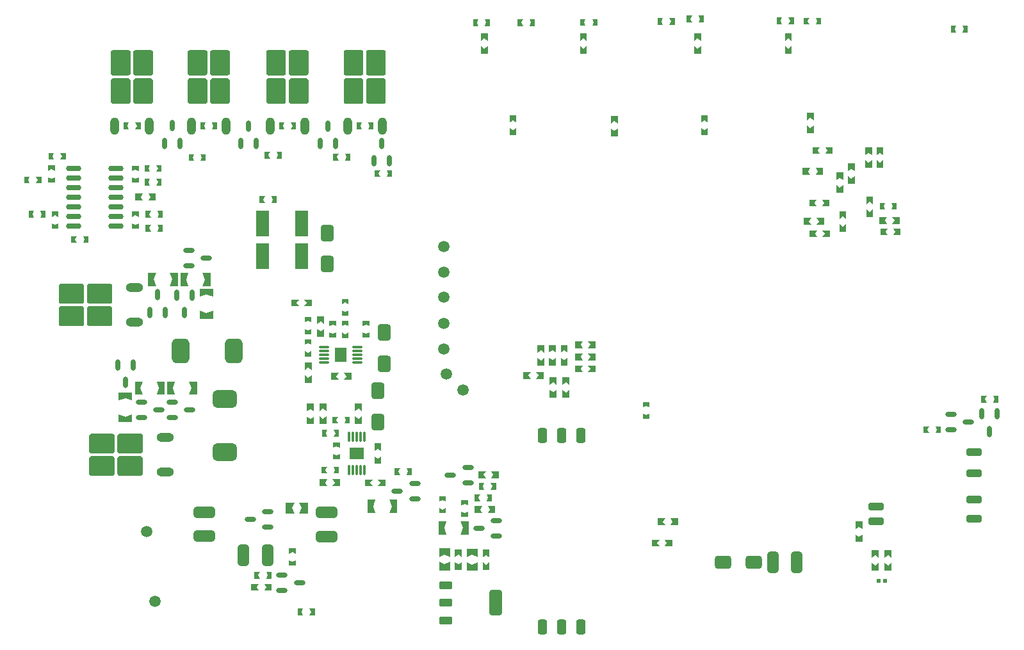
<source format=gbp>
G04*
G04 #@! TF.GenerationSoftware,Altium Limited,Altium Designer,19.1.8 (144)*
G04*
G04 Layer_Color=128*
%FSLAX24Y24*%
%MOIN*%
G70*
G01*
G75*
%ADD20O,0.0591X0.0281*%
%ADD24O,0.0281X0.0591*%
%ADD36O,0.0800X0.0295*%
G04:AMPARAMS|DCode=39|XSize=86.6mil|YSize=68.9mil|CornerRadius=17.2mil|HoleSize=0mil|Usage=FLASHONLY|Rotation=90.000|XOffset=0mil|YOffset=0mil|HoleType=Round|Shape=RoundedRectangle|*
%AMROUNDEDRECTD39*
21,1,0.0866,0.0344,0,0,90.0*
21,1,0.0522,0.0689,0,0,90.0*
1,1,0.0344,0.0172,0.0261*
1,1,0.0344,0.0172,-0.0261*
1,1,0.0344,-0.0172,-0.0261*
1,1,0.0344,-0.0172,0.0261*
%
%ADD39ROUNDEDRECTD39*%
%ADD129C,0.0591*%
G04:AMPARAMS|DCode=170|XSize=110.2mil|YSize=59.1mil|CornerRadius=14.8mil|HoleSize=0mil|Usage=FLASHONLY|Rotation=0.000|XOffset=0mil|YOffset=0mil|HoleType=Round|Shape=RoundedRectangle|*
%AMROUNDEDRECTD170*
21,1,0.1102,0.0295,0,0,0.0*
21,1,0.0807,0.0591,0,0,0.0*
1,1,0.0295,0.0404,-0.0148*
1,1,0.0295,-0.0404,-0.0148*
1,1,0.0295,-0.0404,0.0148*
1,1,0.0295,0.0404,0.0148*
%
%ADD170ROUNDEDRECTD170*%
G04:AMPARAMS|DCode=171|XSize=86.6mil|YSize=68.9mil|CornerRadius=17.2mil|HoleSize=0mil|Usage=FLASHONLY|Rotation=180.000|XOffset=0mil|YOffset=0mil|HoleType=Round|Shape=RoundedRectangle|*
%AMROUNDEDRECTD171*
21,1,0.0866,0.0344,0,0,180.0*
21,1,0.0522,0.0689,0,0,180.0*
1,1,0.0344,-0.0261,0.0172*
1,1,0.0344,0.0261,0.0172*
1,1,0.0344,0.0261,-0.0172*
1,1,0.0344,-0.0261,-0.0172*
%
%ADD171ROUNDEDRECTD171*%
G04:AMPARAMS|DCode=172|XSize=78.7mil|YSize=47.2mil|CornerRadius=11.8mil|HoleSize=0mil|Usage=FLASHONLY|Rotation=90.000|XOffset=0mil|YOffset=0mil|HoleType=Round|Shape=RoundedRectangle|*
%AMROUNDEDRECTD172*
21,1,0.0787,0.0236,0,0,90.0*
21,1,0.0551,0.0472,0,0,90.0*
1,1,0.0236,0.0118,0.0276*
1,1,0.0236,0.0118,-0.0276*
1,1,0.0236,-0.0118,-0.0276*
1,1,0.0236,-0.0118,0.0276*
%
%ADD172ROUNDEDRECTD172*%
G04:AMPARAMS|DCode=173|XSize=110.2mil|YSize=59.1mil|CornerRadius=14.8mil|HoleSize=0mil|Usage=FLASHONLY|Rotation=270.000|XOffset=0mil|YOffset=0mil|HoleType=Round|Shape=RoundedRectangle|*
%AMROUNDEDRECTD173*
21,1,0.1102,0.0295,0,0,270.0*
21,1,0.0807,0.0591,0,0,270.0*
1,1,0.0295,-0.0148,-0.0404*
1,1,0.0295,-0.0148,0.0404*
1,1,0.0295,0.0148,0.0404*
1,1,0.0295,0.0148,-0.0404*
%
%ADD173ROUNDEDRECTD173*%
%ADD176R,0.0709X0.1339*%
G04:AMPARAMS|DCode=177|XSize=128mil|YSize=90.6mil|CornerRadius=22.6mil|HoleSize=0mil|Usage=FLASHONLY|Rotation=270.000|XOffset=0mil|YOffset=0mil|HoleType=Round|Shape=RoundedRectangle|*
%AMROUNDEDRECTD177*
21,1,0.1280,0.0453,0,0,270.0*
21,1,0.0827,0.0906,0,0,270.0*
1,1,0.0453,-0.0226,-0.0413*
1,1,0.0453,-0.0226,0.0413*
1,1,0.0453,0.0226,0.0413*
1,1,0.0453,0.0226,-0.0413*
%
%ADD177ROUNDEDRECTD177*%
%ADD178O,0.0118X0.0571*%
%ADD179R,0.0728X0.0610*%
G04:AMPARAMS|DCode=182|XSize=128mil|YSize=90.6mil|CornerRadius=22.6mil|HoleSize=0mil|Usage=FLASHONLY|Rotation=180.000|XOffset=0mil|YOffset=0mil|HoleType=Round|Shape=RoundedRectangle|*
%AMROUNDEDRECTD182*
21,1,0.1280,0.0453,0,0,180.0*
21,1,0.0827,0.0906,0,0,180.0*
1,1,0.0453,-0.0413,0.0226*
1,1,0.0453,0.0413,0.0226*
1,1,0.0453,0.0413,-0.0226*
1,1,0.0453,-0.0413,-0.0226*
%
%ADD182ROUNDEDRECTD182*%
%ADD183R,0.0217X0.0236*%
%ADD184O,0.0571X0.0118*%
%ADD185R,0.0610X0.0728*%
G04:AMPARAMS|DCode=186|XSize=41.3mil|YSize=68.9mil|CornerRadius=10.3mil|HoleSize=0mil|Usage=FLASHONLY|Rotation=90.000|XOffset=0mil|YOffset=0mil|HoleType=Round|Shape=RoundedRectangle|*
%AMROUNDEDRECTD186*
21,1,0.0413,0.0482,0,0,90.0*
21,1,0.0207,0.0689,0,0,90.0*
1,1,0.0207,0.0241,0.0103*
1,1,0.0207,0.0241,-0.0103*
1,1,0.0207,-0.0241,-0.0103*
1,1,0.0207,-0.0241,0.0103*
%
%ADD186ROUNDEDRECTD186*%
G04:AMPARAMS|DCode=187|XSize=41.3mil|YSize=68.9mil|CornerRadius=10.3mil|HoleSize=0mil|Usage=FLASHONLY|Rotation=90.000|XOffset=0mil|YOffset=0mil|HoleType=Round|Shape=RoundedRectangle|*
%AMROUNDEDRECTD187*
21,1,0.0413,0.0482,0,0,90.0*
21,1,0.0207,0.0689,0,0,90.0*
1,1,0.0207,0.0241,0.0103*
1,1,0.0207,0.0241,-0.0103*
1,1,0.0207,-0.0241,-0.0103*
1,1,0.0207,-0.0241,0.0103*
%
%ADD187ROUNDEDRECTD187*%
G04:AMPARAMS|DCode=188|XSize=133.9mil|YSize=68.9mil|CornerRadius=17.2mil|HoleSize=0mil|Usage=FLASHONLY|Rotation=90.000|XOffset=0mil|YOffset=0mil|HoleType=Round|Shape=RoundedRectangle|*
%AMROUNDEDRECTD188*
21,1,0.1339,0.0344,0,0,90.0*
21,1,0.0994,0.0689,0,0,90.0*
1,1,0.0344,0.0172,0.0497*
1,1,0.0344,0.0172,-0.0497*
1,1,0.0344,-0.0172,-0.0497*
1,1,0.0344,-0.0172,0.0497*
%
%ADD188ROUNDEDRECTD188*%
G04:AMPARAMS|DCode=189|XSize=78.7mil|YSize=39.4mil|CornerRadius=9.8mil|HoleSize=0mil|Usage=FLASHONLY|Rotation=0.000|XOffset=0mil|YOffset=0mil|HoleType=Round|Shape=RoundedRectangle|*
%AMROUNDEDRECTD189*
21,1,0.0787,0.0197,0,0,0.0*
21,1,0.0591,0.0394,0,0,0.0*
1,1,0.0197,0.0295,-0.0098*
1,1,0.0197,-0.0295,-0.0098*
1,1,0.0197,-0.0295,0.0098*
1,1,0.0197,0.0295,0.0098*
%
%ADD189ROUNDEDRECTD189*%
%ADD215O,0.0454X0.0906*%
%ADD216O,0.0906X0.0454*%
G36*
X32214Y32126D02*
X31939D01*
X32017Y32303D01*
X31939Y32480D01*
X32214D01*
Y32126D01*
D02*
G37*
G36*
X31526Y32303D02*
X31604Y32126D01*
X31329D01*
Y32480D01*
X31604D01*
X31526Y32303D01*
D02*
G37*
G36*
X36899Y32028D02*
X36624D01*
X36703Y32205D01*
X36624Y32382D01*
X36899D01*
Y32028D01*
D02*
G37*
G36*
X36211Y32205D02*
X36289Y32028D01*
X36014D01*
Y32382D01*
X36289D01*
X36211Y32205D01*
D02*
G37*
G36*
X38307Y32018D02*
X38031D01*
X38110Y32195D01*
X38031Y32372D01*
X38307D01*
Y32018D01*
D02*
G37*
G36*
X37618Y32195D02*
X37697Y32018D01*
X37421D01*
Y32372D01*
X37697D01*
X37618Y32195D01*
D02*
G37*
G36*
X30699Y31998D02*
X30423D01*
X30502Y32175D01*
X30423Y32352D01*
X30699D01*
Y31998D01*
D02*
G37*
G36*
X30010Y32175D02*
X30089Y31998D01*
X29813D01*
Y32352D01*
X30089D01*
X30010Y32175D01*
D02*
G37*
G36*
X26673Y31939D02*
X26397D01*
X26476Y32116D01*
X26397Y32293D01*
X26673D01*
Y31939D01*
D02*
G37*
G36*
X25984Y32116D02*
X26063Y31939D01*
X25787D01*
Y32293D01*
X26063D01*
X25984Y32116D01*
D02*
G37*
G36*
X23415Y31929D02*
X23140D01*
X23219Y32106D01*
X23140Y32283D01*
X23415D01*
Y31929D01*
D02*
G37*
G36*
X22727Y32106D02*
X22805Y31929D01*
X22530D01*
Y32283D01*
X22805D01*
X22727Y32106D01*
D02*
G37*
G36*
X21092Y31929D02*
X20817D01*
X20895Y32106D01*
X20817Y32283D01*
X21092D01*
Y31929D01*
D02*
G37*
G36*
X20404Y32106D02*
X20482Y31929D01*
X20207D01*
Y32283D01*
X20482D01*
X20404Y32106D01*
D02*
G37*
G36*
X45954Y31604D02*
X45679D01*
X45758Y31781D01*
X45679Y31959D01*
X45954D01*
Y31604D01*
D02*
G37*
G36*
X45266Y31781D02*
X45344Y31604D01*
X45069D01*
Y31959D01*
X45344D01*
X45266Y31781D01*
D02*
G37*
G36*
X36791Y31161D02*
X36614Y31280D01*
X36437Y31161D01*
Y31555D01*
X36791D01*
Y31161D01*
D02*
G37*
G36*
X32067D02*
X31890Y31280D01*
X31713Y31161D01*
Y31555D01*
X32067D01*
Y31161D01*
D02*
G37*
G36*
X26122D02*
X25945Y31280D01*
X25768Y31161D01*
Y31555D01*
X26122D01*
Y31161D01*
D02*
G37*
G36*
X20965D02*
X20787Y31280D01*
X20610Y31161D01*
Y31555D01*
X20965D01*
Y31161D01*
D02*
G37*
G36*
X36791Y30492D02*
X36437D01*
Y30886D01*
X36614Y30768D01*
X36791Y30886D01*
Y30492D01*
D02*
G37*
G36*
X32067D02*
X31713D01*
Y30886D01*
X31890Y30768D01*
X32067Y30886D01*
Y30492D01*
D02*
G37*
G36*
X26122D02*
X25768D01*
Y30886D01*
X25945Y30768D01*
X26122Y30886D01*
Y30492D01*
D02*
G37*
G36*
X20965D02*
X20610D01*
Y30886D01*
X20787Y30768D01*
X20965Y30886D01*
Y30492D01*
D02*
G37*
G36*
X15551Y30689D02*
X15572Y30689D01*
X15612Y30672D01*
X15643Y30641D01*
X15659Y30602D01*
X15659Y30580D01*
X15659Y29481D01*
X15659Y29481D01*
X15659Y29469D01*
X15655Y29448D01*
X15647Y29427D01*
X15634Y29409D01*
X15626Y29401D01*
X15626Y29401D01*
X15619Y29393D01*
X15602Y29382D01*
X15582Y29374D01*
X15562Y29370D01*
X15551D01*
X14757Y29370D01*
X14735Y29369D01*
X14695Y29385D01*
X14663Y29416D01*
X14646Y29455D01*
X14646Y29477D01*
X14646Y30578D01*
X14646Y30578D01*
X14645Y30599D01*
X14661Y30640D01*
X14692Y30671D01*
X14732Y30688D01*
X14754Y30689D01*
X15551Y30689D01*
X15551Y30689D01*
D02*
G37*
G36*
X14380D02*
X14402Y30689D01*
X14442Y30672D01*
X14472Y30641D01*
X14489Y30602D01*
X14489Y30580D01*
X14489Y29481D01*
X14489Y29481D01*
X14489Y29469D01*
X14485Y29448D01*
X14476Y29427D01*
X14464Y29409D01*
X14456Y29401D01*
X14456Y29401D01*
X14448Y29393D01*
X14431Y29382D01*
X14412Y29374D01*
X14391Y29370D01*
X14381D01*
X13586Y29370D01*
X13564Y29369D01*
X13524Y29385D01*
X13493Y29416D01*
X13475Y29455D01*
X13475Y29477D01*
X13475Y30578D01*
X13475Y30578D01*
X13475Y30599D01*
X13491Y30640D01*
X13521Y30671D01*
X13561Y30688D01*
X13583Y30689D01*
X14380Y30689D01*
X14380Y30689D01*
D02*
G37*
G36*
X11523D02*
X11545Y30689D01*
X11585Y30672D01*
X11615Y30641D01*
X11632Y30602D01*
X11632Y30580D01*
X11632Y29481D01*
X11632Y29481D01*
X11632Y29469D01*
X11628Y29448D01*
X11619Y29427D01*
X11607Y29409D01*
X11599Y29401D01*
X11599Y29401D01*
X11591Y29393D01*
X11574Y29382D01*
X11555Y29374D01*
X11534Y29370D01*
X11524D01*
X10729Y29370D01*
X10707Y29369D01*
X10667Y29385D01*
X10636Y29416D01*
X10618Y29455D01*
X10618Y29477D01*
X10618Y30578D01*
X10618Y30578D01*
X10618Y30599D01*
X10634Y30640D01*
X10664Y30671D01*
X10704Y30688D01*
X10726Y30689D01*
X11523Y30689D01*
X11523Y30689D01*
D02*
G37*
G36*
X10353D02*
X10374Y30689D01*
X10414Y30672D01*
X10445Y30641D01*
X10461Y30602D01*
X10461Y30580D01*
X10461Y29481D01*
X10461Y29481D01*
X10461Y29469D01*
X10457Y29448D01*
X10448Y29427D01*
X10436Y29409D01*
X10428Y29401D01*
X10428Y29401D01*
X10421Y29393D01*
X10403Y29382D01*
X10384Y29374D01*
X10364Y29370D01*
X10353D01*
X9559Y29370D01*
X9537Y29369D01*
X9496Y29385D01*
X9465Y29416D01*
X9448Y29455D01*
X9448Y29477D01*
X9448Y30578D01*
X9448Y30578D01*
X9447Y30599D01*
X9463Y30640D01*
X9494Y30671D01*
X9534Y30688D01*
X9555Y30689D01*
X10353Y30689D01*
X10353Y30689D01*
D02*
G37*
G36*
X7429D02*
X7450Y30689D01*
X7490Y30672D01*
X7521Y30641D01*
X7537Y30602D01*
X7537Y30580D01*
X7537Y29481D01*
X7537Y29481D01*
X7537Y29469D01*
X7533Y29448D01*
X7525Y29427D01*
X7512Y29409D01*
X7504Y29401D01*
X7504Y29401D01*
X7497Y29393D01*
X7480Y29382D01*
X7460Y29374D01*
X7440Y29370D01*
X7429D01*
X6635Y29370D01*
X6613Y29369D01*
X6572Y29385D01*
X6541Y29416D01*
X6524Y29455D01*
X6524Y29477D01*
X6524Y30578D01*
X6524Y30578D01*
X6523Y30599D01*
X6539Y30640D01*
X6570Y30671D01*
X6610Y30688D01*
X6631Y30689D01*
X7429Y30689D01*
X7429Y30689D01*
D02*
G37*
G36*
X6258D02*
X6280Y30689D01*
X6320Y30672D01*
X6350Y30641D01*
X6367Y30602D01*
X6367Y30580D01*
X6367Y29481D01*
X6367Y29481D01*
X6367Y29469D01*
X6362Y29448D01*
X6354Y29427D01*
X6342Y29409D01*
X6334Y29401D01*
X6334Y29401D01*
X6326Y29393D01*
X6309Y29382D01*
X6290Y29374D01*
X6269Y29370D01*
X6259D01*
X5464Y29370D01*
X5442Y29369D01*
X5402Y29385D01*
X5371Y29416D01*
X5353Y29455D01*
X5353Y29477D01*
X5353Y30578D01*
X5353Y30578D01*
X5353Y30599D01*
X5369Y30640D01*
X5399Y30671D01*
X5439Y30688D01*
X5461Y30689D01*
X6258Y30689D01*
X6258Y30689D01*
D02*
G37*
G36*
X3433D02*
X3454Y30689D01*
X3494Y30672D01*
X3525Y30641D01*
X3541Y30602D01*
X3541Y30580D01*
X3541Y29481D01*
X3541Y29481D01*
X3541Y29469D01*
X3537Y29448D01*
X3528Y29427D01*
X3516Y29409D01*
X3508Y29401D01*
X3508Y29401D01*
X3501Y29393D01*
X3483Y29382D01*
X3464Y29374D01*
X3444Y29370D01*
X3433D01*
X2639Y29370D01*
X2617Y29369D01*
X2576Y29385D01*
X2545Y29416D01*
X2528Y29455D01*
X2528Y29477D01*
X2528Y30578D01*
X2528Y30578D01*
X2527Y30599D01*
X2543Y30640D01*
X2574Y30671D01*
X2614Y30688D01*
X2635Y30689D01*
X3433Y30689D01*
X3433Y30689D01*
D02*
G37*
G36*
X2262D02*
X2284Y30689D01*
X2324Y30672D01*
X2354Y30641D01*
X2371Y30602D01*
X2371Y30580D01*
X2371Y29481D01*
X2371Y29481D01*
X2371Y29469D01*
X2366Y29448D01*
X2358Y29427D01*
X2346Y29409D01*
X2338Y29401D01*
X2338Y29401D01*
X2330Y29393D01*
X2313Y29382D01*
X2294Y29374D01*
X2273Y29370D01*
X2263D01*
X1468Y29370D01*
X1446Y29369D01*
X1406Y29385D01*
X1375Y29416D01*
X1357Y29455D01*
X1357Y29477D01*
X1357Y30578D01*
X1357Y30578D01*
X1357Y30599D01*
X1373Y30640D01*
X1403Y30671D01*
X1443Y30688D01*
X1465Y30689D01*
X2262Y30689D01*
X2262Y30689D01*
D02*
G37*
G36*
X14440Y29197D02*
X14471Y29166D01*
X14488Y29126D01*
X14489Y29105D01*
Y28004D01*
X14489Y27983D01*
X14473Y27942D01*
X14442Y27911D01*
X14402Y27894D01*
X14381Y27893D01*
X13583Y27893D01*
X13583Y27893D01*
X13562Y27893D01*
X13522Y27910D01*
X13491Y27940D01*
X13475Y27980D01*
X13475Y28002D01*
X13475Y29101D01*
X13475Y29101D01*
X13475Y29112D01*
X13479Y29134D01*
X13488Y29155D01*
X13500Y29173D01*
X13508Y29181D01*
X13508Y29181D01*
X13515Y29188D01*
X13533Y29200D01*
X13552Y29208D01*
X13572Y29212D01*
X13583D01*
X14378Y29212D01*
X14378Y29212D01*
X14399Y29213D01*
X14440Y29197D01*
D02*
G37*
G36*
X10412D02*
X10443Y29166D01*
X10461Y29126D01*
X10461Y29105D01*
Y28004D01*
X10461Y27983D01*
X10445Y27942D01*
X10415Y27911D01*
X10375Y27894D01*
X10353Y27893D01*
X9556Y27893D01*
X9556Y27893D01*
X9534Y27893D01*
X9494Y27910D01*
X9464Y27940D01*
X9447Y27980D01*
X9447Y28002D01*
X9447Y29101D01*
X9447Y29101D01*
X9447Y29112D01*
X9452Y29134D01*
X9460Y29155D01*
X9472Y29173D01*
X9480Y29181D01*
X9480Y29181D01*
X9488Y29188D01*
X9505Y29200D01*
X9524Y29208D01*
X9545Y29212D01*
X9555D01*
X10350Y29212D01*
X10350Y29212D01*
X10372Y29213D01*
X10412Y29197D01*
D02*
G37*
G36*
X6318D02*
X6349Y29166D01*
X6366Y29126D01*
X6367Y29105D01*
Y28004D01*
X6367Y27983D01*
X6351Y27942D01*
X6320Y27911D01*
X6280Y27894D01*
X6259Y27893D01*
X5461Y27893D01*
X5461Y27893D01*
X5440Y27893D01*
X5400Y27910D01*
X5369Y27940D01*
X5353Y27980D01*
X5353Y28002D01*
X5353Y29101D01*
X5353Y29101D01*
X5353Y29112D01*
X5357Y29134D01*
X5366Y29155D01*
X5378Y29173D01*
X5386Y29181D01*
X5386Y29181D01*
X5393Y29188D01*
X5411Y29200D01*
X5430Y29208D01*
X5450Y29212D01*
X5461D01*
X6256Y29212D01*
X6256Y29212D01*
X6277Y29213D01*
X6318Y29197D01*
D02*
G37*
G36*
X2322D02*
X2353Y29166D01*
X2370Y29126D01*
X2370Y29105D01*
Y28004D01*
X2371Y27983D01*
X2355Y27942D01*
X2324Y27911D01*
X2284Y27894D01*
X2263Y27893D01*
X1465Y27893D01*
X1465Y27893D01*
X1444Y27893D01*
X1404Y27910D01*
X1373Y27940D01*
X1357Y27980D01*
X1357Y28002D01*
X1357Y29101D01*
X1357Y29101D01*
X1357Y29112D01*
X1361Y29134D01*
X1370Y29155D01*
X1382Y29173D01*
X1390Y29181D01*
X1390Y29181D01*
X1397Y29188D01*
X1415Y29200D01*
X1434Y29208D01*
X1454Y29212D01*
X1465D01*
X2259Y29212D01*
X2259Y29212D01*
X2281Y29213D01*
X2322Y29197D01*
D02*
G37*
G36*
X15551Y29213D02*
X15572Y29213D01*
X15612Y29196D01*
X15643Y29165D01*
X15659Y29125D01*
X15659Y29104D01*
X15659Y28005D01*
X15659Y28005D01*
X15659Y27993D01*
X15655Y27972D01*
X15647Y27951D01*
X15634Y27933D01*
X15626Y27925D01*
X15626Y27925D01*
X15619Y27917D01*
X15602Y27906D01*
X15582Y27898D01*
X15562Y27894D01*
X15551D01*
X14757Y27894D01*
X14735Y27893D01*
X14695Y27909D01*
X14663Y27940D01*
X14646Y27979D01*
X14646Y28001D01*
X14646Y29102D01*
X14646Y29102D01*
X14645Y29123D01*
X14661Y29164D01*
X14692Y29195D01*
X14732Y29212D01*
X14754Y29213D01*
X15551Y29213D01*
X15551Y29213D01*
D02*
G37*
G36*
X11523D02*
X11545Y29213D01*
X11585Y29196D01*
X11615Y29165D01*
X11632Y29125D01*
X11632Y29104D01*
X11632Y28005D01*
X11632Y28005D01*
X11632Y27993D01*
X11628Y27972D01*
X11619Y27951D01*
X11607Y27933D01*
X11599Y27925D01*
X11599Y27925D01*
X11591Y27917D01*
X11574Y27906D01*
X11555Y27898D01*
X11534Y27894D01*
X11524D01*
X10729Y27894D01*
X10707Y27893D01*
X10667Y27909D01*
X10636Y27940D01*
X10618Y27979D01*
X10618Y28001D01*
X10618Y29102D01*
X10618Y29102D01*
X10618Y29123D01*
X10634Y29164D01*
X10664Y29195D01*
X10704Y29212D01*
X10726Y29213D01*
X11523Y29213D01*
X11523Y29213D01*
D02*
G37*
G36*
X7429D02*
X7450Y29213D01*
X7490Y29196D01*
X7521Y29165D01*
X7537Y29125D01*
X7537Y29104D01*
X7537Y28005D01*
X7537Y28005D01*
X7537Y27993D01*
X7533Y27972D01*
X7525Y27951D01*
X7512Y27933D01*
X7504Y27925D01*
X7504Y27925D01*
X7497Y27917D01*
X7480Y27906D01*
X7460Y27898D01*
X7440Y27894D01*
X7429D01*
X6635Y27894D01*
X6613Y27893D01*
X6572Y27909D01*
X6541Y27940D01*
X6524Y27979D01*
X6524Y28001D01*
X6524Y29102D01*
X6524Y29102D01*
X6523Y29123D01*
X6539Y29164D01*
X6570Y29195D01*
X6610Y29212D01*
X6631Y29213D01*
X7429Y29213D01*
X7429Y29213D01*
D02*
G37*
G36*
X3433D02*
X3454Y29213D01*
X3494Y29196D01*
X3525Y29165D01*
X3541Y29125D01*
X3541Y29104D01*
X3541Y28005D01*
X3541Y28005D01*
X3541Y27993D01*
X3537Y27972D01*
X3528Y27951D01*
X3516Y27933D01*
X3508Y27925D01*
X3508Y27925D01*
X3501Y27917D01*
X3483Y27906D01*
X3464Y27898D01*
X3444Y27894D01*
X3433D01*
X2639Y27894D01*
X2617Y27893D01*
X2576Y27909D01*
X2545Y27940D01*
X2528Y27979D01*
X2528Y28001D01*
X2528Y29102D01*
X2528Y29102D01*
X2527Y29123D01*
X2543Y29164D01*
X2574Y29195D01*
X2614Y29212D01*
X2635Y29213D01*
X3433Y29213D01*
X3433Y29213D01*
D02*
G37*
G36*
X37933Y27028D02*
X37756Y27146D01*
X37579Y27028D01*
Y27421D01*
X37933D01*
Y27028D01*
D02*
G37*
G36*
X32421Y26909D02*
X32244Y27028D01*
X32067Y26909D01*
Y27303D01*
X32421D01*
Y26909D01*
D02*
G37*
G36*
X22461D02*
X22283Y27028D01*
X22106Y26909D01*
Y27303D01*
X22461D01*
Y26909D01*
D02*
G37*
G36*
X27736Y26870D02*
X27559Y26988D01*
X27382Y26870D01*
Y27264D01*
X27736D01*
Y26870D01*
D02*
G37*
G36*
X37933Y26358D02*
X37579D01*
Y26752D01*
X37756Y26634D01*
X37933Y26752D01*
Y26358D01*
D02*
G37*
G36*
X15020Y26555D02*
X14744D01*
X14823Y26732D01*
X14744Y26909D01*
X15020D01*
Y26555D01*
D02*
G37*
G36*
X14331Y26732D02*
X14410Y26555D01*
X14134D01*
Y26909D01*
X14410D01*
X14331Y26732D01*
D02*
G37*
G36*
X10994Y26555D02*
X10718D01*
X10797Y26732D01*
X10718Y26909D01*
X10994D01*
Y26555D01*
D02*
G37*
G36*
X10305Y26732D02*
X10384Y26555D01*
X10108D01*
Y26909D01*
X10384D01*
X10305Y26732D01*
D02*
G37*
G36*
X6890Y26555D02*
X6614D01*
X6693Y26732D01*
X6614Y26909D01*
X6890D01*
Y26555D01*
D02*
G37*
G36*
X6201Y26732D02*
X6280Y26555D01*
X6004D01*
Y26909D01*
X6280D01*
X6201Y26732D01*
D02*
G37*
G36*
X2904Y26555D02*
X2628D01*
X2707Y26732D01*
X2628Y26909D01*
X2904D01*
Y26555D01*
D02*
G37*
G36*
X2215Y26732D02*
X2294Y26555D01*
X2018D01*
Y26909D01*
X2294D01*
X2215Y26732D01*
D02*
G37*
G36*
X32421Y26240D02*
X32067D01*
Y26634D01*
X32244Y26516D01*
X32421Y26634D01*
Y26240D01*
D02*
G37*
G36*
X22461D02*
X22106D01*
Y26634D01*
X22283Y26516D01*
X22461Y26634D01*
Y26240D01*
D02*
G37*
G36*
X27736Y26201D02*
X27382D01*
Y26594D01*
X27559Y26476D01*
X27736Y26594D01*
Y26201D01*
D02*
G37*
G36*
X38927Y25276D02*
X38533D01*
X38652Y25453D01*
X38533Y25630D01*
X38927D01*
Y25276D01*
D02*
G37*
G36*
X38140Y25453D02*
X38258Y25276D01*
X37864D01*
Y25630D01*
X38258D01*
X38140Y25453D01*
D02*
G37*
G36*
X41556Y25217D02*
X41379Y25335D01*
X41202Y25217D01*
Y25610D01*
X41556D01*
Y25217D01*
D02*
G37*
G36*
X40965D02*
X40788Y25335D01*
X40611Y25217D01*
Y25610D01*
X40965D01*
Y25217D01*
D02*
G37*
G36*
X10246Y25030D02*
X9970D01*
X10049Y25207D01*
X9970Y25384D01*
X10246D01*
Y25030D01*
D02*
G37*
G36*
X9557Y25207D02*
X9636Y25030D01*
X9360D01*
Y25384D01*
X9636D01*
X9557Y25207D01*
D02*
G37*
G36*
X-994Y24980D02*
X-1270D01*
X-1191Y25157D01*
X-1270Y25335D01*
X-994D01*
Y24980D01*
D02*
G37*
G36*
X-1683Y25157D02*
X-1604Y24980D01*
X-1880D01*
Y25335D01*
X-1604D01*
X-1683Y25157D01*
D02*
G37*
G36*
X13809Y24931D02*
X13533D01*
X13612Y25108D01*
X13533Y25285D01*
X13809D01*
Y24931D01*
D02*
G37*
G36*
X13120Y25108D02*
X13199Y24931D01*
X12923D01*
Y25285D01*
X13199D01*
X13120Y25108D01*
D02*
G37*
G36*
X6289Y24911D02*
X6014D01*
X6092Y25089D01*
X6014Y25266D01*
X6289D01*
Y24911D01*
D02*
G37*
G36*
X5600Y25089D02*
X5679Y24911D01*
X5404D01*
Y25266D01*
X5679D01*
X5600Y25089D01*
D02*
G37*
G36*
X41556Y24547D02*
X41202D01*
Y24941D01*
X41379Y24823D01*
X41556Y24941D01*
Y24547D01*
D02*
G37*
G36*
X40965D02*
X40611D01*
Y24941D01*
X40788Y24823D01*
X40965Y24941D01*
Y24547D01*
D02*
G37*
G36*
X-1565Y24399D02*
X-1742Y24478D01*
X-1919Y24399D01*
Y24675D01*
X-1565D01*
Y24399D01*
D02*
G37*
G36*
X2805Y24390D02*
X2628Y24468D01*
X2451Y24390D01*
Y24665D01*
X2805D01*
Y24390D01*
D02*
G37*
G36*
X40064Y24385D02*
X39887Y24503D01*
X39710Y24385D01*
Y24779D01*
X40064D01*
Y24385D01*
D02*
G37*
G36*
X3996Y24341D02*
X3720D01*
X3799Y24518D01*
X3720Y24695D01*
X3996D01*
Y24341D01*
D02*
G37*
G36*
X3307Y24518D02*
X3386Y24341D01*
X3110D01*
Y24695D01*
X3386D01*
X3307Y24518D01*
D02*
G37*
G36*
X38425Y24193D02*
X38031D01*
X38150Y24370D01*
X38031Y24547D01*
X38425D01*
Y24193D01*
D02*
G37*
G36*
X37638Y24370D02*
X37756Y24193D01*
X37362D01*
Y24547D01*
X37756D01*
X37638Y24370D01*
D02*
G37*
G36*
X15974Y24075D02*
X15699D01*
X15778Y24252D01*
X15699Y24429D01*
X15974D01*
Y24075D01*
D02*
G37*
G36*
X15286Y24252D02*
X15364Y24075D01*
X15089D01*
Y24429D01*
X15364D01*
X15286Y24252D01*
D02*
G37*
G36*
X40064Y23716D02*
X39710D01*
Y24109D01*
X39887Y23991D01*
X40064Y24109D01*
Y23716D01*
D02*
G37*
G36*
X-1565Y23789D02*
X-1919D01*
Y24065D01*
X-1742Y23986D01*
X-1565Y24065D01*
Y23789D01*
D02*
G37*
G36*
X2805Y23780D02*
X2451D01*
Y24055D01*
X2628Y23976D01*
X2805Y24055D01*
Y23780D01*
D02*
G37*
G36*
X39469Y23917D02*
X39291Y24035D01*
X39114Y23917D01*
Y24311D01*
X39469D01*
Y23917D01*
D02*
G37*
G36*
X-2264Y23750D02*
X-2540D01*
X-2461Y23927D01*
X-2540Y24104D01*
X-2264D01*
Y23750D01*
D02*
G37*
G36*
X-2953Y23927D02*
X-2874Y23750D01*
X-3150D01*
Y24104D01*
X-2874D01*
X-2953Y23927D01*
D02*
G37*
G36*
X3996Y23632D02*
X3720D01*
X3799Y23809D01*
X3720Y23986D01*
X3996D01*
Y23632D01*
D02*
G37*
G36*
X3307Y23809D02*
X3386Y23632D01*
X3110D01*
Y23986D01*
X3386D01*
X3307Y23809D01*
D02*
G37*
G36*
X39469Y23248D02*
X39114D01*
Y23642D01*
X39291Y23524D01*
X39469Y23642D01*
Y23248D01*
D02*
G37*
G36*
X3691Y22854D02*
X3297D01*
X3415Y23031D01*
X3297Y23209D01*
X3691D01*
Y22854D01*
D02*
G37*
G36*
X2904Y23031D02*
X3022Y22854D01*
X2628D01*
Y23209D01*
X3022D01*
X2904Y23031D01*
D02*
G37*
G36*
X9980Y22726D02*
X9705D01*
X9783Y22904D01*
X9705Y23081D01*
X9980D01*
Y22726D01*
D02*
G37*
G36*
X9292Y22904D02*
X9370Y22726D01*
X9095D01*
Y23081D01*
X9370D01*
X9292Y22904D01*
D02*
G37*
G36*
X41024Y22657D02*
X40846Y22776D01*
X40669Y22657D01*
Y23051D01*
X41024D01*
Y22657D01*
D02*
G37*
G36*
X38760Y22539D02*
X38366D01*
X38484Y22717D01*
X38366Y22894D01*
X38760D01*
Y22539D01*
D02*
G37*
G36*
X37972Y22717D02*
X38091Y22539D01*
X37697D01*
Y22894D01*
X38091D01*
X37972Y22717D01*
D02*
G37*
G36*
X42254Y22382D02*
X41978D01*
X42057Y22559D01*
X41978Y22736D01*
X42254D01*
Y22382D01*
D02*
G37*
G36*
X41565Y22559D02*
X41644Y22382D01*
X41368D01*
Y22736D01*
X41644D01*
X41565Y22559D01*
D02*
G37*
G36*
X41024Y21988D02*
X40669D01*
Y22382D01*
X40846Y22264D01*
X41024Y22382D01*
Y21988D01*
D02*
G37*
G36*
X2805Y21998D02*
X2628Y22077D01*
X2451Y21998D01*
Y22274D01*
X2805D01*
Y21998D01*
D02*
G37*
G36*
X-1378Y21998D02*
X-1555Y22077D01*
X-1732Y21998D01*
Y22273D01*
X-1378D01*
Y21998D01*
D02*
G37*
G36*
X4045Y21959D02*
X3770D01*
X3848Y22136D01*
X3770Y22313D01*
X4045D01*
Y21959D01*
D02*
G37*
G36*
X3357Y22136D02*
X3435Y21959D01*
X3160D01*
Y22313D01*
X3435D01*
X3357Y22136D01*
D02*
G37*
G36*
X-2047Y21959D02*
X-2323D01*
X-2244Y22136D01*
X-2323Y22313D01*
X-2047D01*
Y21959D01*
D02*
G37*
G36*
X-2736Y22136D02*
X-2657Y21959D01*
X-2933D01*
Y22313D01*
X-2657D01*
X-2736Y22136D01*
D02*
G37*
G36*
X39626Y21890D02*
X39449Y22008D01*
X39272Y21890D01*
Y22283D01*
X39626D01*
Y21890D01*
D02*
G37*
G36*
X42421Y21634D02*
X42028D01*
X42146Y21811D01*
X42028Y21988D01*
X42421D01*
Y21634D01*
D02*
G37*
G36*
X41634Y21811D02*
X41752Y21634D01*
X41358D01*
Y21988D01*
X41752D01*
X41634Y21811D01*
D02*
G37*
G36*
X2805Y21388D02*
X2451D01*
Y21664D01*
X2628Y21585D01*
X2805Y21664D01*
Y21388D01*
D02*
G37*
G36*
X38474Y21585D02*
X38081D01*
X38199Y21762D01*
X38081Y21939D01*
X38474D01*
Y21585D01*
D02*
G37*
G36*
X37687Y21762D02*
X37805Y21585D01*
X37411D01*
Y21939D01*
X37805D01*
X37687Y21762D01*
D02*
G37*
G36*
X-1378Y21388D02*
X-1732D01*
Y21663D01*
X-1555Y21585D01*
X-1378Y21663D01*
Y21388D01*
D02*
G37*
G36*
X39626Y21220D02*
X39272D01*
Y21614D01*
X39449Y21496D01*
X39626Y21614D01*
Y21220D01*
D02*
G37*
G36*
X4045Y21230D02*
X3769D01*
X3848Y21407D01*
X3769Y21585D01*
X4045D01*
Y21230D01*
D02*
G37*
G36*
X3356Y21407D02*
X3435Y21230D01*
X3159D01*
Y21585D01*
X3435D01*
X3356Y21407D01*
D02*
G37*
G36*
X42461Y21043D02*
X42067D01*
X42185Y21220D01*
X42067Y21398D01*
X42461D01*
Y21043D01*
D02*
G37*
G36*
X41673Y21220D02*
X41791Y21043D01*
X41398D01*
Y21398D01*
X41791D01*
X41673Y21220D01*
D02*
G37*
G36*
X38789Y20945D02*
X38396D01*
X38514Y21122D01*
X38396Y21299D01*
X38789D01*
Y20945D01*
D02*
G37*
G36*
X38002Y21122D02*
X38120Y20945D01*
X37726D01*
Y21299D01*
X38120D01*
X38002Y21122D01*
D02*
G37*
G36*
X177Y20640D02*
X-99D01*
X-20Y20817D01*
X-99Y20994D01*
X177D01*
Y20640D01*
D02*
G37*
G36*
X-512Y20817D02*
X-433Y20640D01*
X-709D01*
Y20994D01*
X-433D01*
X-512Y20817D01*
D02*
G37*
G36*
X217Y18516D02*
X1316Y18516D01*
X1316Y18516D01*
X1327Y18516D01*
X1349Y18511D01*
X1370Y18503D01*
X1388Y18491D01*
X1396Y18483D01*
X1396Y18483D01*
X1404Y18475D01*
X1415Y18458D01*
X1423Y18439D01*
X1427Y18418D01*
Y18408D01*
X1427Y17613D01*
X1427D01*
X1428Y17591D01*
X1412Y17551D01*
X1381Y17520D01*
X1341Y17502D01*
X1320Y17502D01*
X219Y17502D01*
X219Y17502D01*
X198Y17502D01*
X157Y17518D01*
X126Y17548D01*
X109Y17588D01*
X108Y17610D01*
X108Y18407D01*
X108Y18407D01*
X108Y18429D01*
X125Y18469D01*
X155Y18499D01*
X195Y18516D01*
X217Y18516D01*
D02*
G37*
G36*
X-1259D02*
X-160Y18516D01*
X-160Y18516D01*
X-149Y18516D01*
X-127Y18511D01*
X-106Y18503D01*
X-88Y18491D01*
X-80Y18483D01*
X-80Y18483D01*
X-73Y18475D01*
X-61Y18458D01*
X-53Y18439D01*
X-49Y18418D01*
Y18408D01*
X-49Y17613D01*
X-49D01*
X-48Y17591D01*
X-64Y17551D01*
X-95Y17520D01*
X-135Y17502D01*
X-156Y17502D01*
X-1257Y17502D01*
X-1257Y17502D01*
X-1278Y17502D01*
X-1319Y17518D01*
X-1350Y17548D01*
X-1367Y17588D01*
X-1368Y17610D01*
X-1368Y18407D01*
X-1368Y18407D01*
X-1368Y18429D01*
X-1351Y18469D01*
X-1321Y18499D01*
X-1281Y18516D01*
X-1259Y18516D01*
D02*
G37*
G36*
X4843Y18396D02*
X4429D01*
X4547Y18740D01*
X4429Y19085D01*
X4843D01*
Y18396D01*
D02*
G37*
G36*
X3583Y18740D02*
X3701Y18396D01*
X3287D01*
Y19085D01*
X3701D01*
X3583Y18740D01*
D02*
G37*
G36*
X6535Y18386D02*
X6122D01*
X6240Y18730D01*
X6122Y19075D01*
X6535D01*
Y18386D01*
D02*
G37*
G36*
X5276Y18730D02*
X5394Y18386D01*
X4980D01*
Y19075D01*
X5394D01*
X5276Y18730D01*
D02*
G37*
G36*
X6673Y17844D02*
X6329Y17963D01*
X5984Y17844D01*
Y18258D01*
X6673D01*
Y17844D01*
D02*
G37*
G36*
X13720Y17460D02*
X13543Y17539D01*
X13366Y17460D01*
Y17736D01*
X13720D01*
Y17460D01*
D02*
G37*
G36*
X11811Y17343D02*
X11417D01*
X11535Y17520D01*
X11417Y17697D01*
X11811D01*
Y17343D01*
D02*
G37*
G36*
X11024Y17520D02*
X11142Y17343D01*
X10748D01*
Y17697D01*
X11142D01*
X11024Y17520D01*
D02*
G37*
G36*
X-1259Y17345D02*
X-160Y17345D01*
X-160Y17345D01*
X-149Y17345D01*
X-127Y17341D01*
X-106Y17332D01*
X-88Y17320D01*
X-80Y17312D01*
X-80Y17312D01*
X-73Y17305D01*
X-61Y17287D01*
X-53Y17268D01*
X-49Y17247D01*
Y17237D01*
X-49Y16442D01*
X-49D01*
X-48Y16421D01*
X-64Y16380D01*
X-95Y16349D01*
X-135Y16332D01*
X-156Y16331D01*
X-1257Y16331D01*
X-1257Y16331D01*
X-1278Y16331D01*
X-1319Y16347D01*
X-1350Y16378D01*
X-1367Y16418D01*
X-1368Y16439D01*
X-1368Y17237D01*
X-1368Y17237D01*
X-1368Y17258D01*
X-1351Y17298D01*
X-1321Y17329D01*
X-1281Y17345D01*
X-1259Y17345D01*
D02*
G37*
G36*
X13720Y16850D02*
X13366D01*
Y17126D01*
X13543Y17047D01*
X13720Y17126D01*
Y16850D01*
D02*
G37*
G36*
X6673Y16703D02*
X5984D01*
Y17116D01*
X6329Y16998D01*
X6673Y17116D01*
Y16703D01*
D02*
G37*
G36*
X11791Y16506D02*
X11614Y16584D01*
X11437Y16506D01*
Y16781D01*
X11791D01*
Y16506D01*
D02*
G37*
G36*
X1379Y17329D02*
X1410Y17299D01*
X1427Y17259D01*
X1428Y17237D01*
X1428Y16440D01*
X1428Y16440D01*
X1428Y16418D01*
X1411Y16378D01*
X1380Y16348D01*
X1341Y16331D01*
X1319Y16331D01*
X220Y16331D01*
X220Y16331D01*
X208Y16331D01*
X187Y16335D01*
X166Y16344D01*
X148Y16356D01*
X140Y16364D01*
X140Y16364D01*
X132Y16372D01*
X121Y16389D01*
X113Y16408D01*
X109Y16429D01*
Y16439D01*
X109Y17234D01*
Y17234D01*
X108Y17256D01*
X124Y17296D01*
X155Y17327D01*
X194Y17345D01*
X216Y17345D01*
X1317D01*
X1338Y17345D01*
X1379Y17329D01*
D02*
G37*
G36*
X12451Y16437D02*
X12274Y16555D01*
X12096Y16437D01*
Y16831D01*
X12451D01*
Y16437D01*
D02*
G37*
G36*
X14813Y16319D02*
X14636Y16398D01*
X14459Y16319D01*
Y16594D01*
X14813D01*
Y16319D01*
D02*
G37*
G36*
X13081D02*
X12904Y16398D01*
X12726Y16319D01*
Y16594D01*
X13081D01*
Y16319D01*
D02*
G37*
G36*
X13720Y16309D02*
X13543Y16388D01*
X13366Y16309D01*
Y16584D01*
X13720D01*
Y16309D01*
D02*
G37*
G36*
X11791Y15896D02*
X11437D01*
Y16171D01*
X11614Y16093D01*
X11791Y16171D01*
Y15896D01*
D02*
G37*
G36*
X12451Y15768D02*
X12096D01*
Y16161D01*
X12274Y16043D01*
X12451Y16161D01*
Y15768D01*
D02*
G37*
G36*
X14813Y15709D02*
X14459D01*
Y15984D01*
X14636Y15906D01*
X14813Y15984D01*
Y15709D01*
D02*
G37*
G36*
X13081D02*
X12726D01*
Y15984D01*
X12904Y15906D01*
X13081Y15984D01*
Y15709D01*
D02*
G37*
G36*
X13720Y15699D02*
X13366D01*
Y15974D01*
X13543Y15896D01*
X13720Y15974D01*
Y15699D01*
D02*
G37*
G36*
X11791Y15344D02*
X11614Y15423D01*
X11437Y15344D01*
Y15620D01*
X11791D01*
Y15344D01*
D02*
G37*
G36*
X26585Y15167D02*
X26191D01*
X26309Y15344D01*
X26191Y15522D01*
X26585D01*
Y15167D01*
D02*
G37*
G36*
X25797Y15344D02*
X25915Y15167D01*
X25522D01*
Y15522D01*
X25915D01*
X25797Y15344D01*
D02*
G37*
G36*
X25118Y14941D02*
X24941Y15059D01*
X24764Y14941D01*
Y15335D01*
X25118D01*
Y14941D01*
D02*
G37*
G36*
X24518D02*
X24341Y15059D01*
X24163Y14941D01*
Y15335D01*
X24518D01*
Y14941D01*
D02*
G37*
G36*
X11791Y14734D02*
X11437D01*
Y15010D01*
X11614Y14931D01*
X11791Y15010D01*
Y14734D01*
D02*
G37*
G36*
X23917Y14931D02*
X23740Y15049D01*
X23563Y14931D01*
Y15325D01*
X23917D01*
Y14931D01*
D02*
G37*
G36*
X25118Y14272D02*
X24764D01*
Y14665D01*
X24941Y14547D01*
X25118Y14665D01*
Y14272D01*
D02*
G37*
G36*
X24518D02*
X24163D01*
Y14665D01*
X24341Y14547D01*
X24518Y14665D01*
Y14272D01*
D02*
G37*
G36*
X26585Y14537D02*
X26191D01*
X26309Y14715D01*
X26191Y14892D01*
X26585D01*
Y14537D01*
D02*
G37*
G36*
X25797Y14715D02*
X25915Y14537D01*
X25522D01*
Y14892D01*
X25915D01*
X25797Y14715D01*
D02*
G37*
G36*
X23917Y14262D02*
X23563D01*
Y14656D01*
X23740Y14537D01*
X23917Y14656D01*
Y14262D01*
D02*
G37*
G36*
X11801Y14026D02*
X11624Y14144D01*
X11447Y14026D01*
Y14419D01*
X11801D01*
Y14026D01*
D02*
G37*
G36*
X26585Y13907D02*
X26191D01*
X26309Y14085D01*
X26191Y14262D01*
X26585D01*
Y13907D01*
D02*
G37*
G36*
X25797Y14085D02*
X25915Y13907D01*
X25522D01*
Y14262D01*
X25915D01*
X25797Y14085D01*
D02*
G37*
G36*
X11801Y13356D02*
X11447D01*
Y13750D01*
X11624Y13632D01*
X11801Y13750D01*
Y13356D01*
D02*
G37*
G36*
X23878Y13563D02*
X23484D01*
X23602Y13740D01*
X23484Y13917D01*
X23878D01*
Y13563D01*
D02*
G37*
G36*
X23091Y13740D02*
X23209Y13563D01*
X22815D01*
Y13917D01*
X23209D01*
X23091Y13740D01*
D02*
G37*
G36*
X13878Y13524D02*
X13484D01*
X13602Y13701D01*
X13484Y13878D01*
X13878D01*
Y13524D01*
D02*
G37*
G36*
X13091Y13701D02*
X13209Y13524D01*
X12815D01*
Y13878D01*
X13209D01*
X13091Y13701D01*
D02*
G37*
G36*
X24547Y13268D02*
X24370Y13386D01*
X24193Y13268D01*
Y13661D01*
X24547D01*
Y13268D01*
D02*
G37*
G36*
X25217Y13258D02*
X25039Y13376D01*
X24862Y13258D01*
Y13652D01*
X25217D01*
Y13258D01*
D02*
G37*
G36*
X24547Y12598D02*
X24193D01*
Y12992D01*
X24370Y12874D01*
X24547Y12992D01*
Y12598D01*
D02*
G37*
G36*
X25217Y12589D02*
X24862D01*
Y12982D01*
X25039Y12864D01*
X25217Y12982D01*
Y12589D01*
D02*
G37*
G36*
X5837Y12746D02*
X5423D01*
X5541Y13091D01*
X5423Y13435D01*
X5837D01*
Y12746D01*
D02*
G37*
G36*
X4577Y13091D02*
X4695Y12746D01*
X4281D01*
Y13435D01*
X4695D01*
X4577Y13091D01*
D02*
G37*
G36*
X4154Y12746D02*
X3740D01*
X3858Y13091D01*
X3740Y13435D01*
X4154D01*
Y12746D01*
D02*
G37*
G36*
X2894Y13091D02*
X3012Y12746D01*
X2598D01*
Y13435D01*
X3012D01*
X2894Y13091D01*
D02*
G37*
G36*
X2451Y12451D02*
X2106Y12569D01*
X1762Y12451D01*
Y12864D01*
X2451D01*
Y12451D01*
D02*
G37*
G36*
X47549Y12333D02*
X47273D01*
X47352Y12510D01*
X47273Y12687D01*
X47549D01*
Y12333D01*
D02*
G37*
G36*
X46860Y12510D02*
X46939Y12333D01*
X46663D01*
Y12687D01*
X46939D01*
X46860Y12510D01*
D02*
G37*
G36*
X29390Y12087D02*
X29213Y12165D01*
X29035Y12087D01*
Y12362D01*
X29390D01*
Y12087D01*
D02*
G37*
G36*
X14409Y11890D02*
X14232Y12008D01*
X14055Y11890D01*
Y12283D01*
X14409D01*
Y11890D01*
D02*
G37*
G36*
X12569Y11890D02*
X12392Y12008D01*
X12215Y11890D01*
Y12283D01*
X12569D01*
Y11890D01*
D02*
G37*
G36*
X11909Y11880D02*
X11732Y11998D01*
X11555Y11880D01*
Y12274D01*
X11909D01*
Y11880D01*
D02*
G37*
G36*
X29390Y11477D02*
X29035D01*
Y11752D01*
X29213Y11673D01*
X29390Y11752D01*
Y11477D01*
D02*
G37*
G36*
X2451Y11309D02*
X1762D01*
Y11722D01*
X2106Y11604D01*
X2451Y11722D01*
Y11309D01*
D02*
G37*
G36*
X14409Y11220D02*
X14055D01*
Y11614D01*
X14232Y11496D01*
X14409Y11614D01*
Y11220D01*
D02*
G37*
G36*
X12569Y11220D02*
X12215D01*
Y11614D01*
X12392Y11496D01*
X12569Y11614D01*
Y11220D01*
D02*
G37*
G36*
X11909Y11211D02*
X11555D01*
Y11604D01*
X11732Y11486D01*
X11909Y11604D01*
Y11211D01*
D02*
G37*
G36*
X13779Y11240D02*
X13504D01*
X13582Y11417D01*
X13504Y11594D01*
X13779D01*
Y11240D01*
D02*
G37*
G36*
X13091Y11417D02*
X13169Y11240D01*
X12894D01*
Y11594D01*
X13169D01*
X13091Y11417D01*
D02*
G37*
G36*
X44547Y10748D02*
X44272D01*
X44350Y10925D01*
X44272Y11102D01*
X44547D01*
Y10748D01*
D02*
G37*
G36*
X43858Y10925D02*
X43937Y10748D01*
X43662D01*
Y11102D01*
X43937D01*
X43858Y10925D01*
D02*
G37*
G36*
X1802Y10717D02*
X2901Y10717D01*
X2901Y10717D01*
X2912Y10717D01*
X2934Y10712D01*
X2954Y10704D01*
X2973Y10691D01*
X2981Y10683D01*
X2981Y10683D01*
X2988Y10676D01*
X3000Y10659D01*
X3008Y10639D01*
X3012Y10619D01*
Y10608D01*
X3012Y9814D01*
X3012D01*
X3012Y9792D01*
X2996Y9752D01*
X2966Y9720D01*
X2926Y9703D01*
X2904Y9703D01*
X1804Y9703D01*
X1804Y9703D01*
X1782Y9702D01*
X1742Y9719D01*
X1711Y9749D01*
X1693Y9789D01*
X1693Y9811D01*
X1693Y10608D01*
X1693Y10608D01*
X1693Y10629D01*
X1709Y10669D01*
X1740Y10700D01*
X1780Y10717D01*
X1802Y10717D01*
D02*
G37*
G36*
X326D02*
X1425Y10717D01*
X1425Y10717D01*
X1436Y10717D01*
X1458Y10712D01*
X1478Y10704D01*
X1497Y10691D01*
X1505Y10683D01*
X1505Y10683D01*
X1512Y10676D01*
X1524Y10659D01*
X1532Y10639D01*
X1536Y10619D01*
Y10608D01*
X1536Y9814D01*
X1536D01*
X1536Y9792D01*
X1520Y9752D01*
X1490Y9720D01*
X1450Y9703D01*
X1428Y9703D01*
X328Y9703D01*
X328Y9703D01*
X306Y9702D01*
X266Y9719D01*
X234Y9749D01*
X217Y9789D01*
X217Y9811D01*
X217Y10608D01*
X217Y10608D01*
X217Y10629D01*
X233Y10669D01*
X264Y10700D01*
X304Y10717D01*
X326Y10717D01*
D02*
G37*
G36*
X13228Y10551D02*
X12953D01*
X13032Y10728D01*
X12953Y10906D01*
X13228D01*
Y10551D01*
D02*
G37*
G36*
X12540Y10728D02*
X12618Y10551D01*
X12343D01*
Y10906D01*
X12618D01*
X12540Y10728D01*
D02*
G37*
G36*
X13268Y9990D02*
X13091Y10069D01*
X12913Y9990D01*
Y10266D01*
X13268D01*
Y9990D01*
D02*
G37*
G36*
X15423Y9813D02*
X15246Y9931D01*
X15069Y9813D01*
Y10207D01*
X15423D01*
Y9813D01*
D02*
G37*
G36*
X13268Y9380D02*
X12913D01*
Y9656D01*
X13091Y9577D01*
X13268Y9656D01*
Y9380D01*
D02*
G37*
G36*
X326Y9546D02*
X1425Y9546D01*
X1425Y9546D01*
X1436Y9546D01*
X1458Y9542D01*
X1478Y9533D01*
X1497Y9521D01*
X1505Y9513D01*
X1505Y9513D01*
X1512Y9505D01*
X1524Y9488D01*
X1532Y9469D01*
X1536Y9448D01*
Y9438D01*
X1536Y8643D01*
X1536D01*
X1536Y8621D01*
X1520Y8581D01*
X1490Y8550D01*
X1450Y8533D01*
X1428Y8532D01*
X328Y8532D01*
X328Y8532D01*
X306Y8532D01*
X266Y8548D01*
X234Y8578D01*
X217Y8618D01*
X217Y8640D01*
X217Y9437D01*
X217Y9437D01*
X217Y9459D01*
X233Y9499D01*
X264Y9529D01*
X304Y9546D01*
X326Y9546D01*
D02*
G37*
G36*
X15423Y9144D02*
X15069D01*
Y9537D01*
X15246Y9419D01*
X15423Y9537D01*
Y9144D01*
D02*
G37*
G36*
X13208Y8642D02*
X12933D01*
X13012Y8819D01*
X12933Y8996D01*
X13208D01*
Y8642D01*
D02*
G37*
G36*
X12520Y8819D02*
X12598Y8642D01*
X12323D01*
Y8996D01*
X12598D01*
X12520Y8819D01*
D02*
G37*
G36*
X2963Y9530D02*
X2995Y9500D01*
X3012Y9460D01*
X3012Y9438D01*
X3012Y8641D01*
X3012Y8641D01*
X3012Y8619D01*
X2996Y8579D01*
X2965Y8548D01*
X2925Y8532D01*
X2904Y8532D01*
X1804Y8532D01*
X1804Y8532D01*
X1793Y8532D01*
X1771Y8536D01*
X1751Y8545D01*
X1732Y8557D01*
X1724Y8565D01*
X1724Y8565D01*
X1717Y8572D01*
X1705Y8590D01*
X1697Y8609D01*
X1693Y8630D01*
Y8640D01*
X1693Y9435D01*
Y9435D01*
X1693Y9456D01*
X1709Y9497D01*
X1739Y9528D01*
X1779Y9545D01*
X1801Y9546D01*
X2901D01*
X2923Y9546D01*
X2963Y9530D01*
D02*
G37*
G36*
X17008Y8563D02*
X16732D01*
X16811Y8740D01*
X16732Y8917D01*
X17008D01*
Y8563D01*
D02*
G37*
G36*
X16319Y8740D02*
X16398Y8563D01*
X16122D01*
Y8917D01*
X16398D01*
X16319Y8740D01*
D02*
G37*
G36*
X21535Y8396D02*
X21142D01*
X21260Y8573D01*
X21142Y8750D01*
X21535D01*
Y8396D01*
D02*
G37*
G36*
X20748Y8573D02*
X20866Y8396D01*
X20472D01*
Y8750D01*
X20866D01*
X20748Y8573D01*
D02*
G37*
G36*
X13287Y7992D02*
X12894D01*
X13012Y8169D01*
X12894Y8346D01*
X13287D01*
Y7992D01*
D02*
G37*
G36*
X12500Y8169D02*
X12618Y7992D01*
X12224D01*
Y8346D01*
X12618D01*
X12500Y8169D01*
D02*
G37*
G36*
X15640Y7982D02*
X15246D01*
X15364Y8159D01*
X15246Y8337D01*
X15640D01*
Y7982D01*
D02*
G37*
G36*
X14852Y8159D02*
X14970Y7982D01*
X14577D01*
Y8337D01*
X14970D01*
X14852Y8159D01*
D02*
G37*
G36*
X21397Y7805D02*
X21122D01*
X21201Y7982D01*
X21122Y8159D01*
X21397D01*
Y7805D01*
D02*
G37*
G36*
X20709Y7982D02*
X20787Y7805D01*
X20512D01*
Y8159D01*
X20787D01*
X20709Y7982D01*
D02*
G37*
G36*
X21181Y7205D02*
X20906D01*
X20984Y7382D01*
X20906Y7559D01*
X21181D01*
Y7205D01*
D02*
G37*
G36*
X20492Y7382D02*
X20571Y7205D01*
X20296D01*
Y7559D01*
X20571D01*
X20492Y7382D01*
D02*
G37*
G36*
X18789Y7185D02*
X18612Y7264D01*
X18435Y7185D01*
Y7460D01*
X18789D01*
Y7185D01*
D02*
G37*
G36*
X19941Y6988D02*
X19764Y7067D01*
X19587Y6988D01*
Y7264D01*
X19941D01*
Y6988D01*
D02*
G37*
G36*
X18789Y6575D02*
X18435D01*
Y6850D01*
X18612Y6772D01*
X18789Y6850D01*
Y6575D01*
D02*
G37*
G36*
X21358Y6594D02*
X20965D01*
X21083Y6772D01*
X20965Y6949D01*
X21358D01*
Y6594D01*
D02*
G37*
G36*
X20571Y6772D02*
X20689Y6594D01*
X20295D01*
Y6949D01*
X20689D01*
X20571Y6772D01*
D02*
G37*
G36*
X16260Y6585D02*
X15846D01*
X15965Y6929D01*
X15846Y7274D01*
X16260D01*
Y6585D01*
D02*
G37*
G36*
X15000Y6929D02*
X15118Y6585D01*
X14705D01*
Y7274D01*
X15118D01*
X15000Y6929D01*
D02*
G37*
G36*
X19941Y6378D02*
X19587D01*
Y6654D01*
X19764Y6575D01*
X19941Y6654D01*
Y6378D01*
D02*
G37*
G36*
X11614Y6565D02*
X11161D01*
X11289Y6850D01*
X11161Y7136D01*
X11614D01*
Y6565D01*
D02*
G37*
G36*
X10778Y6850D02*
X10906Y6565D01*
X10453D01*
Y7136D01*
X10906D01*
X10778Y6850D01*
D02*
G37*
G36*
X30866Y5955D02*
X30472D01*
X30591Y6132D01*
X30472Y6309D01*
X30866D01*
Y5955D01*
D02*
G37*
G36*
X30079Y6132D02*
X30197Y5955D01*
X29803D01*
Y6309D01*
X30197D01*
X30079Y6132D01*
D02*
G37*
G36*
X40472Y5748D02*
X40295Y5866D01*
X40118Y5748D01*
Y6142D01*
X40472D01*
Y5748D01*
D02*
G37*
G36*
X19970Y5472D02*
X19557D01*
X19675Y5817D01*
X19557Y6161D01*
X19970D01*
Y5472D01*
D02*
G37*
G36*
X18711Y5817D02*
X18829Y5472D01*
X18415D01*
Y6161D01*
X18829D01*
X18711Y5817D01*
D02*
G37*
G36*
X40472Y5079D02*
X40118D01*
Y5472D01*
X40295Y5354D01*
X40472Y5472D01*
Y5079D01*
D02*
G37*
G36*
X30571Y4843D02*
X30177D01*
X30295Y5020D01*
X30177Y5197D01*
X30571D01*
Y4843D01*
D02*
G37*
G36*
X29783Y5020D02*
X29902Y4843D01*
X29508D01*
Y5197D01*
X29902D01*
X29783Y5020D01*
D02*
G37*
G36*
X10974Y4468D02*
X10797Y4547D01*
X10620Y4468D01*
Y4744D01*
X10974D01*
Y4468D01*
D02*
G37*
G36*
X19616Y4301D02*
X19439Y4419D01*
X19262Y4301D01*
Y4695D01*
X19616D01*
Y4301D01*
D02*
G37*
G36*
X19006Y4301D02*
X18720Y4429D01*
X18435Y4301D01*
Y4754D01*
X19006D01*
Y4301D01*
D02*
G37*
G36*
X21063Y4281D02*
X20886Y4400D01*
X20709Y4281D01*
Y4675D01*
X21063D01*
Y4281D01*
D02*
G37*
G36*
X20443Y4281D02*
X20157Y4409D01*
X19872Y4281D01*
Y4734D01*
X20443D01*
Y4281D01*
D02*
G37*
G36*
X41977Y4261D02*
X41800Y4380D01*
X41623Y4261D01*
Y4655D01*
X41977D01*
Y4261D01*
D02*
G37*
G36*
X41308D02*
X41131Y4380D01*
X40954Y4261D01*
Y4655D01*
X41308D01*
Y4261D01*
D02*
G37*
G36*
X10974Y3858D02*
X10620D01*
Y4134D01*
X10797Y4055D01*
X10974Y4134D01*
Y3858D01*
D02*
G37*
G36*
X19006Y3593D02*
X18435D01*
Y4045D01*
X18720Y3917D01*
X19006Y4045D01*
Y3593D01*
D02*
G37*
G36*
X19616Y3632D02*
X19262D01*
Y4026D01*
X19439Y3907D01*
X19616Y4026D01*
Y3632D01*
D02*
G37*
G36*
X20443Y3573D02*
X19872D01*
Y4026D01*
X20157Y3898D01*
X20443Y4026D01*
Y3573D01*
D02*
G37*
G36*
X21063Y3612D02*
X20709D01*
Y4006D01*
X20886Y3888D01*
X21063Y4006D01*
Y3612D01*
D02*
G37*
G36*
X41977Y3592D02*
X41623D01*
Y3986D01*
X41800Y3868D01*
X41977Y3986D01*
Y3592D01*
D02*
G37*
G36*
X41308D02*
X40954D01*
Y3986D01*
X41131Y3868D01*
X41308Y3986D01*
Y3592D01*
D02*
G37*
G36*
X9714Y3169D02*
X9439D01*
X9517Y3346D01*
X9439Y3524D01*
X9714D01*
Y3169D01*
D02*
G37*
G36*
X9026Y3346D02*
X9104Y3169D01*
X8829D01*
Y3524D01*
X9104D01*
X9026Y3346D01*
D02*
G37*
G36*
X9724Y2539D02*
X9331D01*
X9449Y2717D01*
X9331Y2894D01*
X9724D01*
Y2539D01*
D02*
G37*
G36*
X8937Y2717D02*
X9055Y2539D01*
X8661D01*
Y2894D01*
X9055D01*
X8937Y2717D01*
D02*
G37*
G36*
X11968Y1260D02*
X11693D01*
X11772Y1437D01*
X11693Y1614D01*
X11968D01*
Y1260D01*
D02*
G37*
G36*
X11280Y1437D02*
X11358Y1260D01*
X11083D01*
Y1614D01*
X11358D01*
X11280Y1437D01*
D02*
G37*
D20*
X19931Y8159D02*
D03*
Y8959D02*
D03*
X19021Y8559D02*
D03*
X9523Y6663D02*
D03*
Y5863D02*
D03*
X8613Y6263D02*
D03*
X45084Y10925D02*
D03*
Y11725D02*
D03*
X45994Y11325D02*
D03*
X3858Y11955D02*
D03*
X2948Y12355D02*
D03*
Y11555D02*
D03*
X5452Y11955D02*
D03*
X4542Y12355D02*
D03*
Y11555D02*
D03*
X16260Y7720D02*
D03*
X17170Y8120D02*
D03*
Y7320D02*
D03*
X20512Y5801D02*
D03*
X21422Y6201D02*
D03*
Y5401D02*
D03*
X11171Y2959D02*
D03*
X10261Y3359D02*
D03*
Y2559D02*
D03*
X6328Y19849D02*
D03*
X5418Y20249D02*
D03*
Y19449D02*
D03*
D24*
X2103Y13386D02*
D03*
X2503Y14296D02*
D03*
X1703D02*
D03*
X4941Y25832D02*
D03*
X4141D02*
D03*
X4541Y26742D02*
D03*
X8927Y25822D02*
D03*
X8127D02*
D03*
X8527Y26732D02*
D03*
X13051Y25822D02*
D03*
X12251D02*
D03*
X12651Y26732D02*
D03*
X47093Y10837D02*
D03*
X47493Y11747D02*
D03*
X46693D02*
D03*
X15446Y25836D02*
D03*
X15046Y24926D02*
D03*
X15846D02*
D03*
X3793Y17943D02*
D03*
X3393Y17033D02*
D03*
X4193D02*
D03*
X5183Y17028D02*
D03*
X5583Y17938D02*
D03*
X4783D02*
D03*
D36*
X-571Y23530D02*
D03*
X1629D02*
D03*
X-571Y22030D02*
D03*
Y22530D02*
D03*
Y23030D02*
D03*
Y21530D02*
D03*
X1629Y22030D02*
D03*
Y22530D02*
D03*
Y23030D02*
D03*
Y21530D02*
D03*
X-571Y24030D02*
D03*
Y24530D02*
D03*
X1629Y24030D02*
D03*
Y24530D02*
D03*
D39*
X15586Y14370D02*
D03*
Y15984D02*
D03*
X12608Y19547D02*
D03*
Y21161D02*
D03*
X15246Y12943D02*
D03*
Y11329D02*
D03*
D129*
X18691Y19114D02*
D03*
Y17825D02*
D03*
Y15108D02*
D03*
X19695Y13002D02*
D03*
X18809Y13809D02*
D03*
X18691Y16457D02*
D03*
Y20453D02*
D03*
X3632Y1998D02*
D03*
X3219Y5630D02*
D03*
D170*
X12579Y6624D02*
D03*
Y5364D02*
D03*
X6230Y5374D02*
D03*
Y6634D02*
D03*
D171*
X33199Y4035D02*
D03*
X34813D02*
D03*
D172*
X23805Y672D02*
D03*
X25805D02*
D03*
X23805Y10622D02*
D03*
X25805D02*
D03*
X24805Y672D02*
D03*
Y10622D02*
D03*
D173*
X37057Y4035D02*
D03*
X35797D02*
D03*
X8258Y4380D02*
D03*
X9518D02*
D03*
D176*
X9242Y21663D02*
D03*
X11289D02*
D03*
X9242Y19951D02*
D03*
X11289D02*
D03*
D177*
X4990Y15010D02*
D03*
X7746D02*
D03*
D178*
X14537Y8819D02*
D03*
X14341D02*
D03*
X14144D02*
D03*
X13947D02*
D03*
X13750D02*
D03*
Y10551D02*
D03*
X13947D02*
D03*
X14144D02*
D03*
X14341D02*
D03*
X14537D02*
D03*
D179*
X14144Y9685D02*
D03*
D182*
X7293Y12510D02*
D03*
Y9754D02*
D03*
D183*
X41299Y3071D02*
D03*
X41634D02*
D03*
D184*
X12451Y14429D02*
D03*
Y14626D02*
D03*
Y14823D02*
D03*
Y15020D02*
D03*
Y15217D02*
D03*
X14183D02*
D03*
Y15020D02*
D03*
Y14823D02*
D03*
Y14626D02*
D03*
Y14429D02*
D03*
D185*
X13317Y14823D02*
D03*
D186*
X18780Y1004D02*
D03*
D187*
X18780Y1909D02*
D03*
Y2815D02*
D03*
D188*
X21378Y1909D02*
D03*
D189*
X46280Y9744D02*
D03*
Y8652D02*
D03*
X41191Y6929D02*
D03*
Y6142D02*
D03*
X46280Y6289D02*
D03*
Y7283D02*
D03*
D215*
X1551Y26732D02*
D03*
X3346D02*
D03*
X5547D02*
D03*
X7343D02*
D03*
X9642D02*
D03*
X11437D02*
D03*
X13669D02*
D03*
X15465D02*
D03*
D216*
X4173Y8726D02*
D03*
Y10522D02*
D03*
X2589Y18321D02*
D03*
Y16526D02*
D03*
M02*

</source>
